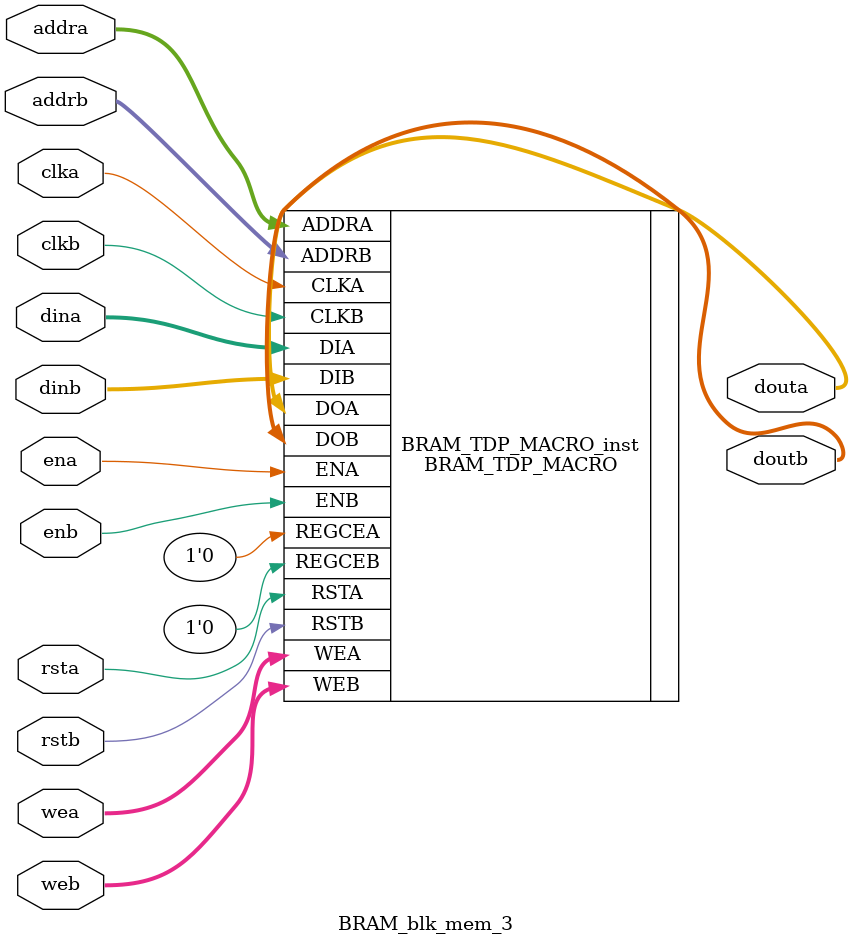
<source format=v>
`timescale 1ns/1ps

module BRAM_blk_mem_3 (
  clka,
  ena,
  wea,
  addra,
  dina,
  douta,
  rsta,
  clkb,
  enb,
  web,
  addrb,
  dinb,
  doutb,
  rstb
);


input wire clka;
input wire clkb;

input wire ena;
input wire enb;

input wire rsta;
input wire rstb;

input wire [1 : 0] wea;
input wire [1 : 0] web;

input wire [9 : 0] addra;
input wire [9 : 0] addrb;

input wire [15 : 0] dina;
input wire [15 : 0] dinb;

output wire [15 : 0] douta;
output wire [15 : 0] doutb;


// BRAM_TDP_MACRO : In order to incorporate this function into the design,
//   Verilog   : the following instance declaration needs to be placed
//  instance   : in the body of the design code.  The instance name
// declaration : (BRAM_TDP_MACRO_inst) and/or the port declarations within the
//    code     : parenthesis may be changed to properly reference and
//             : connect this function to the design.  All inputs
//             : and outputs must be connected.

//  <-----Cut code below this line---->

   // BRAM_TDP_MACRO: True Dual Port RAM
   //                 Virtex-7
   // Xilinx HDL Language Template, version 2016.4
   
   //////////////////////////////////////////////////////////////////////////
   // DATA_WIDTH_A/B | BRAM_SIZE | RAM Depth | ADDRA/B Width | WEA/B Width //
   // ===============|===========|===========|===============|=============//
   //     19-36      |  "36Kb"   |    1024   |    10-bit     |    4-bit    //
   //     10-18      |  "36Kb"   |    2048   |    11-bit     |    2-bit    //
   //     10-18      |  "18Kb"   |    1024   |    10-bit     |    2-bit    //
   //      5-9       |  "36Kb"   |    4096   |    12-bit     |    1-bit    //
   //      5-9       |  "18Kb"   |    2048   |    11-bit     |    1-bit    //
   //      3-4       |  "36Kb"   |    8192   |    13-bit     |    1-bit    //
   //      3-4       |  "18Kb"   |    4096   |    12-bit     |    1-bit    //
   //        2       |  "36Kb"   |   16384   |    14-bit     |    1-bit    //
   //        2       |  "18Kb"   |    8192   |    13-bit     |    1-bit    //
   //        1       |  "36Kb"   |   32768   |    15-bit     |    1-bit    //
   //        1       |  "18Kb"   |   16384   |    14-bit     |    1-bit    //
   //////////////////////////////////////////////////////////////////////////

   BRAM_TDP_MACRO #(
      .BRAM_SIZE("18Kb"), // Target BRAM: "18Kb" or "36Kb" 
      .DEVICE("7SERIES"), // Target device: "7SERIES" 
      .DOA_REG(0),        // Optional port A output register (0 or 1)
      .DOB_REG(0),        // Optional port B output register (0 or 1)
      .INIT_A(36'h00000000),  // Initial values on port A output port
      .INIT_B(36'h00000000), // Initial values on port B output port
      .INIT_FILE ("weight_3.mem"),
      .READ_WIDTH_A (16),   // Valid values are 1-36 (19-36 only valid when BRAM_SIZE="36Kb")
      .READ_WIDTH_B (16),   // Valid values are 1-36 (19-36 only valid when BRAM_SIZE="36Kb")
      .SIM_COLLISION_CHECK ("ALL"), // Collision check enable "ALL", "WARNING_ONLY", 
                                    //   "GENERATE_X_ONLY" or "NONE" 
      .SRVAL_A(36'h00000000), // Set/Reset value for port A output
      .SRVAL_B(36'h00000000), // Set/Reset value for port B output
      .WRITE_MODE_A("WRITE_FIRST"), // "WRITE_FIRST", "READ_FIRST", or "NO_CHANGE" 
      .WRITE_MODE_B("WRITE_FIRST"), // "WRITE_FIRST", "READ_FIRST", or "NO_CHANGE" 
      .WRITE_WIDTH_A(16), // Valid values are 1-36 (19-36 only valid when BRAM_SIZE="36Kb")
      .WRITE_WIDTH_B(16), // Valid values are 1-36 (19-36 only valid when BRAM_SIZE="36Kb")
      .INIT_00(256'h0000000000000000000000000000000000000000000000000000000000000000),
      .INIT_01(256'h0000000000000000000000000000000000000000000000000000000000000000),
      .INIT_02(256'h0000000000000000000000000000000000000000000000000000000000000000),
      .INIT_03(256'h0000000000000000000000000000000000000000000000000000000000000000),
      .INIT_04(256'h0000000000000000000000000000000000000000000000000000000000000000),
      .INIT_05(256'h0000000000000000000000000000000000000000000000000000000000000000),
      .INIT_06(256'h0000000000000000000000000000000000000000000000000000000000000000),
      .INIT_07(256'h0000000000000000000000000000000000000000000000000000000000000000),
      .INIT_08(256'h0000000000000000000000000000000000000000000000000000000000000000),
      .INIT_09(256'h0000000000000000000000000000000000000000000000000000000000000000),
      .INIT_0A(256'h0000000000000000000000000000000000000000000000000000000000000000),
      .INIT_0B(256'h0000000000000000000000000000000000000000000000000000000000000000),
      .INIT_0C(256'h0000000000000000000000000000000000000000000000000000000000000000),
      .INIT_0D(256'h0000000000000000000000000000000000000000000000000000000000000000),
      .INIT_0E(256'h0000000000000000000000000000000000000000000000000000000000000000),
      .INIT_0F(256'h0000000000000000000000000000000000000000000000000000000000000000),
      .INIT_10(256'h0000000000000000000000000000000000000000000000000000000000000000),
      .INIT_11(256'h0000000000000000000000000000000000000000000000000000000000000000),
      .INIT_12(256'h0000000000000000000000000000000000000000000000000000000000000000),
      .INIT_13(256'h0000000000000000000000000000000000000000000000000000000000000000),
      .INIT_14(256'h0000000000000000000000000000000000000000000000000000000000000000),
      .INIT_15(256'h0000000000000000000000000000000000000000000000000000000000000000),
      .INIT_16(256'h0000000000000000000000000000000000000000000000000000000000000000),
      .INIT_17(256'h0000000000000000000000000000000000000000000000000000000000000000),
      .INIT_18(256'h0000000000000000000000000000000000000000000000000000000000000000),
      .INIT_19(256'h0000000000000000000000000000000000000000000000000000000000000000),
      .INIT_1A(256'h0000000000000000000000000000000000000000000000000000000000000000),
      .INIT_1B(256'h0000000000000000000000000000000000000000000000000000000000000000),
      .INIT_1C(256'h0000000000000000000000000000000000000000000000000000000000000000),
      .INIT_1D(256'h0000000000000000000000000000000000000000000000000000000000000000),
      .INIT_1E(256'h0000000000000000000000000000000000000000000000000000000000000000),
      .INIT_1F(256'h0000000000000000000000000000000000000000000000000000000000000000),
      .INIT_20(256'h0000000000000000000000000000000000000000000000000000000000000000),
      .INIT_21(256'h0000000000000000000000000000000000000000000000000000000000000000),
      .INIT_22(256'h0000000000000000000000000000000000000000000000000000000000000000),
      .INIT_23(256'h0000000000000000000000000000000000000000000000000000000000000000),
      .INIT_24(256'h0000000000000000000000000000000000000000000000000000000000000000),
      .INIT_25(256'h0000000000000000000000000000000000000000000000000000000000000000),
      .INIT_26(256'h0000000000000000000000000000000000000000000000000000000000000000),
      .INIT_27(256'h0000000000000000000000000000000000000000000000000000000000000000),
      .INIT_28(256'h0000000000000000000000000000000000000000000000000000000000000000),
      .INIT_29(256'h0000000000000000000000000000000000000000000000000000000000000000),
      .INIT_2A(256'h0000000000000000000000000000000000000000000000000000000000000000),
      .INIT_2B(256'h0000000000000000000000000000000000000000000000000000000000000000),
      .INIT_2C(256'h0000000000000000000000000000000000000000000000000000000000000000),
      .INIT_2D(256'h0000000000000000000000000000000000000000000000000000000000000000),
      .INIT_2E(256'h0000000000000000000000000000000000000000000000000000000000000000),
      .INIT_2F(256'h0000000000000000000000000000000000000000000000000000000000000000),
      .INIT_30(256'h0000000000000000000000000000000000000000000000000000000000000000),
      .INIT_31(256'h0000000000000000000000000000000000000000000000000000000000000000),
      .INIT_32(256'h0000000000000000000000000000000000000000000000000000000000000000),
      .INIT_33(256'h0000000000000000000000000000000000000000000000000000000000000000),
      .INIT_34(256'h0000000000000000000000000000000000000000000000000000000000000000),
      .INIT_35(256'h0000000000000000000000000000000000000000000000000000000000000000),
      .INIT_36(256'h0000000000000000000000000000000000000000000000000000000000000000),
      .INIT_37(256'h0000000000000000000000000000000000000000000000000000000000000000),
      .INIT_38(256'h0000000000000000000000000000000000000000000000000000000000000000),
      .INIT_39(256'h0000000000000000000000000000000000000000000000000000000000000000),
      .INIT_3A(256'h0000000000000000000000000000000000000000000000000000000000000000),
      .INIT_3B(256'h0000000000000000000000000000000000000000000000000000000000000000),
      .INIT_3C(256'h0000000000000000000000000000000000000000000000000000000000000000),
      .INIT_3D(256'h0000000000000000000000000000000000000000000000000000000000000000),
      .INIT_3E(256'h0000000000000000000000000000000000000000000000000000000000000000),
      .INIT_3F(256'h0000000000000000000000000000000000000000000000000000000000000000),
      
      // The next set of INIT_xx are valid when configured as 36Kb
      .INIT_40(256'h0000000000000000000000000000000000000000000000000000000000000000),
      .INIT_41(256'h0000000000000000000000000000000000000000000000000000000000000000),
      .INIT_42(256'h0000000000000000000000000000000000000000000000000000000000000000),
      .INIT_43(256'h0000000000000000000000000000000000000000000000000000000000000000),
      .INIT_44(256'h0000000000000000000000000000000000000000000000000000000000000000),
      .INIT_45(256'h0000000000000000000000000000000000000000000000000000000000000000),
      .INIT_46(256'h0000000000000000000000000000000000000000000000000000000000000000),
      .INIT_47(256'h0000000000000000000000000000000000000000000000000000000000000000),
      .INIT_48(256'h0000000000000000000000000000000000000000000000000000000000000000),
      .INIT_49(256'h0000000000000000000000000000000000000000000000000000000000000000),
      .INIT_4A(256'h0000000000000000000000000000000000000000000000000000000000000000),
      .INIT_4B(256'h0000000000000000000000000000000000000000000000000000000000000000),
      .INIT_4C(256'h0000000000000000000000000000000000000000000000000000000000000000),
      .INIT_4D(256'h0000000000000000000000000000000000000000000000000000000000000000),
      .INIT_4E(256'h0000000000000000000000000000000000000000000000000000000000000000),
      .INIT_4F(256'h0000000000000000000000000000000000000000000000000000000000000000),
      .INIT_50(256'h0000000000000000000000000000000000000000000000000000000000000000),
      .INIT_51(256'h0000000000000000000000000000000000000000000000000000000000000000),
      .INIT_52(256'h0000000000000000000000000000000000000000000000000000000000000000),
      .INIT_53(256'h0000000000000000000000000000000000000000000000000000000000000000),
      .INIT_54(256'h0000000000000000000000000000000000000000000000000000000000000000),
      .INIT_55(256'h0000000000000000000000000000000000000000000000000000000000000000),
      .INIT_56(256'h0000000000000000000000000000000000000000000000000000000000000000),
      .INIT_57(256'h0000000000000000000000000000000000000000000000000000000000000000),
      .INIT_58(256'h0000000000000000000000000000000000000000000000000000000000000000),
      .INIT_59(256'h0000000000000000000000000000000000000000000000000000000000000000),
      .INIT_5A(256'h0000000000000000000000000000000000000000000000000000000000000000),
      .INIT_5B(256'h0000000000000000000000000000000000000000000000000000000000000000),
      .INIT_5C(256'h0000000000000000000000000000000000000000000000000000000000000000),
      .INIT_5D(256'h0000000000000000000000000000000000000000000000000000000000000000),
      .INIT_5E(256'h0000000000000000000000000000000000000000000000000000000000000000),
      .INIT_5F(256'h0000000000000000000000000000000000000000000000000000000000000000),
      .INIT_60(256'h0000000000000000000000000000000000000000000000000000000000000000),
      .INIT_61(256'h0000000000000000000000000000000000000000000000000000000000000000),
      .INIT_62(256'h0000000000000000000000000000000000000000000000000000000000000000),
      .INIT_63(256'h0000000000000000000000000000000000000000000000000000000000000000),
      .INIT_64(256'h0000000000000000000000000000000000000000000000000000000000000000),
      .INIT_65(256'h0000000000000000000000000000000000000000000000000000000000000000),
      .INIT_66(256'h0000000000000000000000000000000000000000000000000000000000000000),
      .INIT_67(256'h0000000000000000000000000000000000000000000000000000000000000000),
      .INIT_68(256'h0000000000000000000000000000000000000000000000000000000000000000),
      .INIT_69(256'h0000000000000000000000000000000000000000000000000000000000000000),
      .INIT_6A(256'h0000000000000000000000000000000000000000000000000000000000000000),
      .INIT_6B(256'h0000000000000000000000000000000000000000000000000000000000000000),
      .INIT_6C(256'h0000000000000000000000000000000000000000000000000000000000000000),
      .INIT_6D(256'h0000000000000000000000000000000000000000000000000000000000000000),
      .INIT_6E(256'h0000000000000000000000000000000000000000000000000000000000000000),
      .INIT_6F(256'h0000000000000000000000000000000000000000000000000000000000000000),
      .INIT_70(256'h0000000000000000000000000000000000000000000000000000000000000000),
      .INIT_71(256'h0000000000000000000000000000000000000000000000000000000000000000),
      .INIT_72(256'h0000000000000000000000000000000000000000000000000000000000000000),
      .INIT_73(256'h0000000000000000000000000000000000000000000000000000000000000000),
      .INIT_74(256'h0000000000000000000000000000000000000000000000000000000000000000),
      .INIT_75(256'h0000000000000000000000000000000000000000000000000000000000000000),
      .INIT_76(256'h0000000000000000000000000000000000000000000000000000000000000000),
      .INIT_77(256'h0000000000000000000000000000000000000000000000000000000000000000),
      .INIT_78(256'h0000000000000000000000000000000000000000000000000000000000000000),
      .INIT_79(256'h0000000000000000000000000000000000000000000000000000000000000000),
      .INIT_7A(256'h0000000000000000000000000000000000000000000000000000000000000000),
      .INIT_7B(256'h0000000000000000000000000000000000000000000000000000000000000000),
      .INIT_7C(256'h0000000000000000000000000000000000000000000000000000000000000000),
      .INIT_7D(256'h0000000000000000000000000000000000000000000000000000000000000000),
      .INIT_7E(256'h0000000000000000000000000000000000000000000000000000000000000000),
      .INIT_7F(256'h0000000000000000000000000000000000000000000000000000000000000000),
     
      // The next set of INITP_xx are for the parity bits
      //.INIT_FF(256'h0000000000000000000000000000000000000000000000000000000000000000),
      .INITP_00(256'h0000000000000000000000000000000000000000000000000000000000000000),
      .INITP_01(256'h0000000000000000000000000000000000000000000000000000000000000000),
      .INITP_02(256'h0000000000000000000000000000000000000000000000000000000000000000),
      .INITP_03(256'h0000000000000000000000000000000000000000000000000000000000000000),
      .INITP_04(256'h0000000000000000000000000000000000000000000000000000000000000000),
      .INITP_05(256'h0000000000000000000000000000000000000000000000000000000000000000),
      .INITP_06(256'h0000000000000000000000000000000000000000000000000000000000000000),
      .INITP_07(256'h0000000000000000000000000000000000000000000000000000000000000000),
      
      // The next set of INITP_xx are valid when configured as 36Kb
      .INITP_08(256'h0000000000000000000000000000000000000000000000000000000000000000),
      .INITP_09(256'h0000000000000000000000000000000000000000000000000000000000000000),
      .INITP_0A(256'h0000000000000000000000000000000000000000000000000000000000000000),
      .INITP_0B(256'h0000000000000000000000000000000000000000000000000000000000000000),
      .INITP_0C(256'h0000000000000000000000000000000000000000000000000000000000000000),
      .INITP_0D(256'h0000000000000000000000000000000000000000000000000000000000000000),
      .INITP_0E(256'h0000000000000000000000000000000000000000000000000000000000000000),
      .INITP_0F(256'h0000000000000000000000000000000000000000000000000000000000000000)
   ) BRAM_TDP_MACRO_inst (
      .DOA(douta),       // Output port-A data, width defined by READ_WIDTH_A parameter
      .DOB(doutb),       // Output port-B data, width defined by READ_WIDTH_B parameter
      .ADDRA(addra),   // Input port-A address, width defined by Port A depth
      .ADDRB(addrb),   // Input port-B address, width defined by Port B depth
      .CLKA(clka),     // 1-bit input port-A clock
      .CLKB(clkb),     // 1-bit input port-B clock
      .DIA(dina),       // Input port-A data, width defined by WRITE_WIDTH_A parameter
      .DIB(dinb),       // Input port-B data, width defined by WRITE_WIDTH_B parameter
      .ENA(ena),       // 1-bit input port-A enable
      .ENB(enb),       // 1-bit input port-B enable
      .REGCEA(1'D0), // 1-bit input port-A output register enable
      .REGCEB(1'D0), // 1-bit input port-B output register enable
      .RSTA(rsta),     // 1-bit input port-A reset
      .RSTB(rstb),     // 1-bit input port-B reset
      .WEA(wea),       // Input port-A write enable, width defined by Port A depth
      .WEB(web)        // Input port-B write enable, width defined by Port B depth
   );

   // End of BRAM_TDP_MACRO_inst instantiation
				
endmodule
</source>
